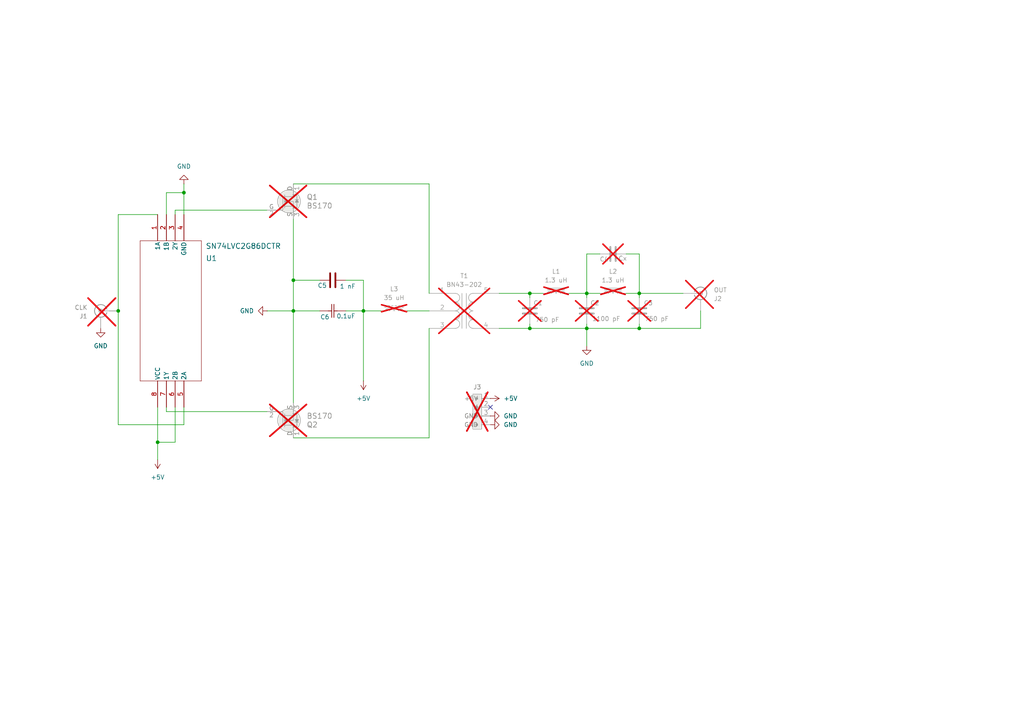
<source format=kicad_sch>
(kicad_sch (version 20231120) (generator "eeschema") (generator_version "8.0")
  (paper "A4")
  (lib_symbols
    (symbol "2024-08-19_17-27-05:SN74LVC2G86DCTR" (pin_names (offset 0.254))
      (property "Reference" "U" (at 27.94 10.16 0))
      (property "Value" "SN74LVC2G86DCTR" (at 27.94 7.62 0))
      (symbol "SN74LVC2G86DCTR_0_1"
        (polyline (pts (xy 7.62 -12.7) (xy 48.26 -12.7)) (stroke (width 0.127)))
        (polyline (pts (xy 7.62 5.08) (xy 7.62 -12.7)) (stroke (width 0.127)))
        (polyline (pts (xy 48.26 -12.7) (xy 48.26 5.08)) (stroke (width 0.127)))
        (polyline (pts (xy 48.26 5.08) (xy 7.62 5.08)) (stroke (width 0.127)))
        (pin input line (at 0 0 0) (length 7.62) (name "1A") (number "1"))
        (pin input line (at 0 -2.54 0) (length 7.62) (name "1B") (number "2"))
        (pin output line (at 0 -5.08 0) (length 7.62) (name "2Y") (number "3"))
        (pin power_in line (at 0 -7.62 0) (length 7.62) (name "GND") (number "4"))
        (pin input line (at 55.88 -7.62 180) (length 7.62) (name "2A") (number "5"))
        (pin input line (at 55.88 -5.08 180) (length 7.62) (name "2B") (number "6"))
        (pin output line (at 55.88 -2.54 180) (length 7.62) (name "1Y") (number "7"))
        (pin power_in line (at 55.88 0 180) (length 7.62) (name "VCC") (number "8"))
      )
    )
    (symbol "Device:BN43-202" (pin_names (offset 1.016) hide)
      (property "Reference" "T" (at 0 6.35 0))
      (property "Value" "Transformer_SP_1S" (at 0 -7.62 0))
      (symbol "BN43-202_0_1"
        (arc (start -2.54 -5.0546) (mid -1.6599 -4.6901) (end -1.27 -3.81))
        (arc (start -2.54 -2.5146) (mid -1.6599 -2.1501) (end -1.27 -1.27))
        (arc (start -2.54 0.0254) (mid -1.6599 0.3899) (end -1.27 1.27))
        (arc (start -2.54 2.5654) (mid -1.6599 2.9299) (end -1.27 3.81))
        (arc (start -1.27 -3.81) (mid -1.642 -2.912) (end -2.54 -2.54))
        (arc (start -1.27 -1.27) (mid -1.642 -0.372) (end -2.54 0))
        (arc (start -1.27 1.27) (mid -1.642 2.168) (end -2.54 2.54))
        (arc (start -1.27 3.81) (mid -1.642 4.708) (end -2.54 5.08))
        (polyline (pts (xy -0.635 5.08) (xy -0.635 -5.08)))
        (polyline (pts (xy 0.635 -5.08) (xy 0.635 5.08)))
        (arc (start 1.2954 -1.27) (mid 1.6599 -2.1501) (end 2.54 -2.5146))
        (arc (start 1.2954 1.27) (mid 1.6599 0.3899) (end 2.54 0.0254))
        (arc (start 1.2954 3.81) (mid 1.6599 2.9299) (end 2.54 2.5654))
        (arc (start 1.3208 -3.81) (mid 1.6853 -4.6901) (end 2.5654 -5.0546))
        (arc (start 2.54 0) (mid 1.642 -0.372) (end 1.2954 -1.27))
        (arc (start 2.54 2.54) (mid 1.642 2.168) (end 1.2954 1.27))
        (arc (start 2.54 5.08) (mid 1.642 4.708) (end 1.2954 3.81))
        (arc (start 2.5654 -2.54) (mid 1.6674 -2.912) (end 1.3208 -3.81))
      )
      (symbol "BN43-202_1_1"
        (pin passive line (at -10.16 5.08 0) (length 7.62) (name "PR1") (number "1"))
        (pin passive line (at -10.16 0 0) (length 7.62) (name "PM") (number "2"))
        (pin passive line (at -10.16 -5.08 0) (length 7.62) (name "PR2") (number "3"))
        (pin passive line (at 10.16 -5.08 180) (length 7.62) (name "S1") (number "4"))
        (pin passive line (at 10.16 5.08 180) (length 7.62) (name "S2") (number "5"))
      )
    )
    (symbol "Device:L_Ferrite" (pin_numbers hide) (pin_names (offset 1.016) hide)
      (property "Reference" "L" (at -1.27 0 90))
      (property "Value" "L_Ferrite" (at 2.794 0 90))
      (symbol "L_Ferrite_0_1"
        (arc (start 0 -2.54) (mid 0.6323 -1.905) (end 0 -1.27))
        (arc (start 0 -1.27) (mid 0.6323 -0.635) (end 0 0))
        (polyline (pts (xy 1.016 -2.794) (xy 1.016 -2.286)))
        (polyline (pts (xy 1.016 -1.778) (xy 1.016 -1.27)))
        (polyline (pts (xy 1.016 -0.762) (xy 1.016 -0.254)))
        (polyline (pts (xy 1.016 0.254) (xy 1.016 0.762)))
        (polyline (pts (xy 1.016 1.27) (xy 1.016 1.778)))
        (polyline (pts (xy 1.016 2.286) (xy 1.016 2.794)))
        (polyline (pts (xy 1.524 -2.286) (xy 1.524 -2.794)))
        (polyline (pts (xy 1.524 -1.27) (xy 1.524 -1.778)))
        (polyline (pts (xy 1.524 -0.254) (xy 1.524 -0.762)))
        (polyline (pts (xy 1.524 0.762) (xy 1.524 0.254)))
        (polyline (pts (xy 1.524 1.778) (xy 1.524 1.27)))
        (polyline (pts (xy 1.524 2.794) (xy 1.524 2.286)))
        (arc (start 0 0) (mid 0.6323 0.635) (end 0 1.27))
        (arc (start 0 1.27) (mid 0.6323 1.905) (end 0 2.54))
      )
      (symbol "L_Ferrite_1_1"
        (pin passive line (at 0 3.81 270) (length 1.27) (name "1") (number "1"))
        (pin passive line (at 0 -3.81 90) (length 1.27) (name "2") (number "2"))
      )
    )
    (symbol "Device:L_Iron" (pin_numbers hide) (pin_names (offset 1.016) hide)
      (property "Reference" "L" (at -1.27 0 90))
      (property "Value" "L_Iron" (at 2.794 0 90))
      (symbol "L_Iron_0_1"
        (arc (start 0 -2.54) (mid 0.6323 -1.905) (end 0 -1.27))
        (arc (start 0 -1.27) (mid 0.6323 -0.635) (end 0 0))
        (polyline (pts (xy 1.016 2.54) (xy 1.016 -2.54)))
        (polyline (pts (xy 1.524 -2.54) (xy 1.524 2.54)))
        (arc (start 0 0) (mid 0.6323 0.635) (end 0 1.27))
        (arc (start 0 1.27) (mid 0.6323 1.905) (end 0 2.54))
      )
      (symbol "L_Iron_1_1"
        (pin passive line (at 0 3.81 270) (length 1.27) (name "1") (number "1"))
        (pin passive line (at 0 -3.81 90) (length 1.27) (name "2") (number "2"))
      )
    )
    (symbol "Kemet2024-08-02_22-05-35:C0603C104K4RACTU" (pin_numbers hide) (pin_names (offset 0.254) hide)
      (property "Reference" "C" (at 3.81 3.81 0))
      (property "Value" "0.1UF" (at -4.318 -11.938 0))
      (symbol "C0603C104K4RACTU_1_1"
        (polyline (pts (xy 2.54 0) (xy 3.4798 0)) (stroke (width 0.2032)))
        (polyline (pts (xy 3.4798 -1.905) (xy 3.4798 1.905)) (stroke (width 0.2032)))
        (polyline (pts (xy 4.1148 -1.905) (xy 4.1148 1.905)) (stroke (width 0.2032)))
        (polyline (pts (xy 4.1148 0) (xy 5.08 0)) (stroke (width 0.2032)))
        (pin passive line (at 0 0 0) (length 2.54) (name "") (number "1"))
        (pin passive line (at 7.62 0 180) (length 2.54) (name "") (number "2"))
      )
      (symbol "C0603C104K4RACTU_1_2"
        (polyline (pts (xy -1.905 -4.1148) (xy 1.905 -4.1148)) (stroke (width 0.2032)))
        (polyline (pts (xy -1.905 -3.4798) (xy 1.905 -3.4798)) (stroke (width 0.2032)))
        (polyline (pts (xy 0 -4.1148) (xy 0 -5.08)) (stroke (width 0.2032)))
        (polyline (pts (xy 0 -2.54) (xy 0 -3.4798)) (stroke (width 0.2032)))
        (pin passive line (at 0 0 270) (length 2.54) (name "") (number "1"))
        (pin passive line (at 0 -7.62 90) (length 2.54) (name "") (number "2"))
      )
    )
    (symbol "SMA_EdgeMount_1" (pin_numbers hide) (pin_names (offset 1.016) hide)
      (property "Reference" "J2" (at 3.81 -1.5633 0))
      (property "Value" "OUT" (at 3.81 0.9767 0))
      (symbol "SMA_EdgeMount_1_0_1"
        (arc (start -1.778 -0.508) (mid 0.2311 -1.8066) (end 1.778 0) (stroke (width 0.254)))
        (polyline (pts (xy -2.54 0) (xy -0.508 0)))
        (polyline (pts (xy 0 -2.54) (xy 0 -1.778)))
        (circle (center 0 0) (radius 0.508) (stroke (width 0.2032)))
        (arc (start 1.778 0) (mid 0.2099 1.8101) (end -1.778 0.508) (stroke (width 0.254)))
      )
      (symbol "SMA_EdgeMount_1_1_1"
        (pin passive line (at -5.08 0 0) (length 2.54) (name "out") (number "1"))
        (pin passive line (at 0 -5.08 90) (length 2.54) (name "Ext") (number "2"))
      )
    )
    (symbol "SparkFun-Capacitor:C" (pin_numbers hide) (pin_names (offset 0.254))
      (property "Reference" "C" (at 0.635 2.54 0))
      (property "Value" "C" (at 0.635 -2.54 0))
      (property "Voltage" "1kV" (at 0 -6.35 0))
      (property "Tolerance" "100%" (at 0 -8.89 0))
      (symbol "C_0_1"
        (polyline (pts (xy -2.032 -0.762) (xy 2.032 -0.762)) (stroke (width 0.508)))
        (polyline (pts (xy -2.032 0.762) (xy 2.032 0.762)) (stroke (width 0.508)))
      )
      (symbol "C_1_1"
        (pin passive line (at 0 3.81 270) (length 2.794) (name "~") (number "1"))
        (pin passive line (at 0 -3.81 90) (length 2.794) (name "~") (number "2"))
      )
    )
    (symbol "SparkFun-RF:SMA_EdgeMount" (pin_numbers hide) (pin_names (offset 1.016) hide)
      (property "Reference" "J" (at 0.254 3.048 0))
      (property "Value" "SMA_Edge" (at 3.81 0 90))
      (symbol "SMA_EdgeMount_0_1"
        (arc (start -1.778 -0.508) (mid 0.2311 -1.8066) (end 1.778 0) (stroke (width 0.254)))
        (polyline (pts (xy -2.54 0) (xy -0.508 0)))
        (polyline (pts (xy 0 -2.54) (xy 0 -1.778)))
        (circle (center 0 0) (radius 0.508) (stroke (width 0.2032)))
        (arc (start 1.778 0) (mid 0.2099 1.8101) (end -1.778 0.508) (stroke (width 0.254)))
      )
      (symbol "SMA_EdgeMount_1_1"
        (pin passive line (at -5.08 0 0) (length 2.54) (name "In") (number "1"))
        (pin passive line (at 0 -5.08 90) (length 2.54) (name "Ext") (number "2"))
      )
    )
    (symbol "dk_Rectangular-Connectors-Headers-Male-Pins:0022232041" (pin_names (offset 1.016))
      (property "Reference" "J3" (at -3.302 -1.27 90))
      (symbol "0022232041_1_1"
        (rectangle (start -1.27 0) (end 8.89 -2.54) (fill (type background)))
        (rectangle (start -0.254 -1.143) (end 0.254 -1.651) (fill (type outline)))
        (rectangle (start 2.286 -1.143) (end 2.794 -1.651) (fill (type outline)))
        (rectangle (start 4.826 -1.143) (end 5.334 -1.651) (fill (type outline)))
        (rectangle (start 7.366 -1.143) (end 7.874 -1.651) (fill (type outline)))
        (pin power_out line (at 0 2.54 270) (length 2.54) (name "+5V") (number "1"))
        (pin unspecified line (at 2.54 2.54 270) (length 2.54) (name "X") (number "2"))
        (pin unspecified line (at 5.08 2.54 270) (length 2.54) (name "GND") (number "3"))
        (pin power_out line (at 7.62 2.54 270) (length 2.54) (name "GND") (number "4"))
      )
    )
    (symbol "dk_Transistors-FETs-MOSFETs-Single:BS170" (pin_names (offset 0))
      (property "Reference" "Q" (at -2.6924 3.6322 0))
      (property "Value" "BS170" (at 3.4544 0 90))
      (symbol "BS170_0_1"
        (circle (center -1.27 0) (radius 3.302) (fill (type background)))
        (circle (center 0 -1.905) (radius 0.127))
        (circle (center 0 -1.397) (radius 0.127))
        (polyline (pts (xy 0 -1.397) (xy -2.54 -1.397)))
        (polyline (pts (xy -5.08 -2.54) (xy -3.048 -2.54) (xy -3.048 1.397)))
        (polyline (pts (xy 0 -2.54) (xy 0 0) (xy -2.54 0)))
        (polyline (pts (xy 0 2.54) (xy 0 1.397) (xy -2.54 1.397)))
        (polyline (pts (xy -0.127 -1.905) (xy 1.016 -1.905) (xy 1.016 1.397) (xy 1.016 1.905) (xy -0.127 1.905)))
        (circle (center 0 1.905) (radius 0.127))
      )
      (symbol "BS170_1_1"
        (polyline (pts (xy -2.54 -1.397) (xy -2.54 -1.905)))
        (polyline (pts (xy -2.54 -1.397) (xy -2.54 -0.889)))
        (polyline (pts (xy -2.54 0) (xy -2.54 -0.508)))
        (polyline (pts (xy -2.54 0) (xy -2.54 0.508)))
        (polyline (pts (xy -2.54 1.905) (xy -2.54 0.889)))
        (polyline (pts (xy 1.524 0.508) (xy 0.508 0.508)))
        (polyline (pts (xy -2.54 0) (xy -1.778 0.508) (xy -1.778 -0.508) (xy -2.54 0)) (fill (type outline)))
        (polyline (pts (xy 1.016 0.508) (xy 0.508 -0.254) (xy 1.524 -0.254) (xy 1.016 0.508)) (fill (type outline)))
        (pin bidirectional line (at 0 5.08 270) (length 2.54) (name "D") (number "1"))
        (pin bidirectional line (at -7.62 -2.54 0) (length 2.54) (name "G") (number "2"))
        (pin bidirectional line (at 0 -5.08 90) (length 2.54) (name "S") (number "3"))
      )
    )
    (symbol "power:+5V" (power) (pin_numbers hide) (pin_names (offset 0) hide)
      (property "Value" "+5V" (at 0 3.556 0))
      (symbol "+5V_0_1"
        (polyline (pts (xy -0.762 1.27) (xy 0 2.54)))
        (polyline (pts (xy 0 0) (xy 0 2.54)))
        (polyline (pts (xy 0 2.54) (xy 0.762 1.27)))
      )
      (symbol "+5V_1_1"
        (pin power_in line (at 0 0 90) (length 0) (name "~") (number "1"))
      )
    )
    (symbol "power:GND" (power) (pin_numbers hide) (pin_names (offset 0) hide)
      (property "Value" "GND" (at 0 -3.81 0))
      (symbol "GND_0_1"
        (polyline (pts (xy 0 0) (xy 0 -1.27) (xy 1.27 -1.27) (xy 0 -2.54) (xy -1.27 -1.27) (xy 0 -1.27)))
      )
      (symbol "GND_1_1"
        (pin power_in line (at 0 0 270) (length 0) (name "~") (number "1"))
      )
    )
  )
  (junction (at 185.42 85.09))
  (junction (at 170.18 95.25))
  (junction (at 153.67 95.25))
  (junction (at 185.42 95.25))
  (junction (at 85.09 90.17))
  (junction (at 170.18 85.09))
  (junction (at 85.09 81.28))
  (junction (at 53.34 55.88))
  (junction (at 153.67 85.09))
  (junction (at 34.29 90.17))
  (junction (at 45.72 128.27))
  (junction (at 105.41 90.17))
  (no_connect (at 142.24 118.11))
  (wire (pts (xy 124.46 53.34) (xy 85.09 53.34)))
  (wire (pts (xy 45.72 128.27) (xy 45.72 133.35)))
  (wire (pts (xy 48.26 62.23) (xy 48.26 55.88)))
  (wire (pts (xy 124.46 127) (xy 85.09 127)))
  (wire (pts (xy 105.41 90.17) (xy 105.41 110.49)))
  (wire (pts (xy 48.26 119.38) (xy 48.26 118.11)))
  (wire (pts (xy 170.18 95.25) (xy 185.42 95.25)))
  (wire (pts (xy 50.8 60.96) (xy 50.8 62.23)))
  (wire (pts (xy 85.09 63.5) (xy 85.09 81.28)))
  (wire (pts (xy 50.8 118.11) (xy 50.8 128.27)))
  (wire (pts (xy 45.72 118.11) (xy 45.72 128.27)))
  (wire (pts (xy 181.61 85.09) (xy 185.42 85.09)))
  (wire (pts (xy 165.1 85.09) (xy 170.18 85.09)))
  (wire (pts (xy 100.33 81.28) (xy 105.41 81.28)))
  (wire (pts (xy 170.18 95.25) (xy 153.67 95.25)))
  (wire (pts (xy 53.34 53.34) (xy 53.34 55.88)))
  (wire (pts (xy 185.42 85.09) (xy 198.12 85.09)))
  (wire (pts (xy 100.33 90.17) (xy 105.41 90.17)))
  (wire (pts (xy 170.18 93.98) (xy 170.18 95.25)))
  (wire (pts (xy 48.26 55.88) (xy 53.34 55.88)))
  (wire (pts (xy 118.11 90.17) (xy 124.46 90.17)))
  (wire (pts (xy 170.18 85.09) (xy 170.18 86.36)))
  (wire (pts (xy 85.09 81.28) (xy 85.09 90.17)))
  (wire (pts (xy 170.18 95.25) (xy 170.18 100.33)))
  (wire (pts (xy 153.67 85.09) (xy 157.48 85.09)))
  (wire (pts (xy 85.09 90.17) (xy 85.09 116.84)))
  (wire (pts (xy 50.8 128.27) (xy 45.72 128.27)))
  (wire (pts (xy 85.09 90.17) (xy 92.71 90.17)))
  (wire (pts (xy 77.47 90.17) (xy 85.09 90.17)))
  (wire (pts (xy 85.09 81.28) (xy 92.71 81.28)))
  (wire (pts (xy 144.78 85.09) (xy 153.67 85.09)))
  (wire (pts (xy 170.18 85.09) (xy 170.18 73.66)))
  (wire (pts (xy 185.42 73.66) (xy 185.42 85.09)))
  (wire (pts (xy 34.29 90.17) (xy 34.29 62.23)))
  (wire (pts (xy 170.18 73.66) (xy 173.99 73.66)))
  (wire (pts (xy 185.42 95.25) (xy 203.2 95.25)))
  (wire (pts (xy 34.29 62.23) (xy 45.72 62.23)))
  (wire (pts (xy 105.41 81.28) (xy 105.41 90.17)))
  (wire (pts (xy 77.47 119.38) (xy 48.26 119.38)))
  (wire (pts (xy 153.67 85.09) (xy 153.67 86.36)))
  (wire (pts (xy 53.34 123.19) (xy 34.29 123.19)))
  (wire (pts (xy 185.42 85.09) (xy 185.42 86.36)))
  (wire (pts (xy 124.46 95.25) (xy 124.46 127)))
  (wire (pts (xy 124.46 85.09) (xy 124.46 53.34)))
  (wire (pts (xy 170.18 85.09) (xy 173.99 85.09)))
  (wire (pts (xy 153.67 93.98) (xy 153.67 95.25)))
  (wire (pts (xy 181.61 73.66) (xy 185.42 73.66)))
  (wire (pts (xy 53.34 55.88) (xy 53.34 62.23)))
  (wire (pts (xy 34.29 123.19) (xy 34.29 90.17)))
  (wire (pts (xy 185.42 93.98) (xy 185.42 95.25)))
  (wire (pts (xy 77.47 60.96) (xy 50.8 60.96)))
  (wire (pts (xy 53.34 118.11) (xy 53.34 123.19)))
  (wire (pts (xy 144.78 95.25) (xy 153.67 95.25)))
  (wire (pts (xy 105.41 90.17) (xy 110.49 90.17)))
  (wire (pts (xy 203.2 95.25) (xy 203.2 90.17)))
  (symbol (lib_id "power:+5V") (at 142.24 115.57 270) (unit 1)
    (property "Reference" "#PWR07" (effects (hide yes)))
    (property "Value" "+5V" (at 146.05 115.5699 90) (effects (justify left)))
    (property "Description" "Power symbol creates a global label with name \"+5V\"" (effects (hide yes)))
  )
  (symbol (lib_id "Kemet2024-08-02_22-05-35:C0603C104K4RACTU") (at 100.33 90.17 180) (unit 1)
    (property "Reference" "C6" (at 94.234 91.948 0))
    (property "Value" "0.1uF" (at 100.33 91.694 0))
    (property "Footprint" "1206" (effects (hide yes)))
    (property "Datasheet" "C1206C104K1RAC7210" (effects (hide yes)))
    (property "Description" "CAP CER 0.1UF 100V X7R 1206" (effects (hide yes)))
    (property "Voltage" "100V" (effects (hide yes)))
    (property "Tolerance" "10%" (effects (hide yes)))
    (property "Manufacturer" "Kemet" (effects (hide yes)))
    (property "Mfg Part #" "C1206C104K1RAC7210" (effects (hide yes)))
    (property "Notes" "Substitutions OK" (effects (hide yes)))
    (property "Type" "SMD" (effects (hide yes)))
  )
  (symbol (lib_id "SparkFun-Capacitor:C") (at 96.52 81.28 90) (unit 1)
    (property "Reference" "C5" (at 93.472 82.804 90))
    (property "Value" "1 nF" (at 100.838 83.058 90))
    (property "Footprint" "0805" (effects (hide yes)))
    (property "Datasheet" "CAP CER 1000PF 50V X7R 0805" (effects (hide yes)))
    (property "Description" "CAP CER 1000PF 50V X7R 0805" (effects (hide yes)))
    (property "Voltage" "50V" (effects (hide yes)))
    (property "Tolerance" "10%" (effects (hide yes)))
    (property "Type" "SMD" (effects (hide yes)))
    (property "Notes" "Substitutions OK" (effects (hide yes)))
    (property "Manufacturer" "Kemet" (effects (hide yes)))
    (property "Mfg Part #" "C0805C102K5RAC7800" (effects (hide yes)))
  )
  (symbol (lib_id "power:GND") (at 170.18 100.33 0) (unit 1)
    (property "Reference" "#PWR06" (effects (hide yes)))
    (property "Value" "GND" (at 170.18 105.41 0))
    (property "Description" "Power symbol creates a global label with name \"GND\" , ground" (effects (hide yes)))
  )
  (symbol (lib_id "2024-08-19_17-27-05:SN74LVC2G86DCTR") (at 45.72 62.23 90) (mirror x) (unit 1)
    (property "Reference" "U1" (at 62.992 74.93 90) (effects (font (size 1.524 1.524)) (justify left)))
    (property "Value" "SN74LVC2G86DCTR" (at 81.534 71.374 90) (effects (font (size 1.524 1.524)) (justify left)))
    (property "Footprint" "DCT8_TEX" (effects (hide yes)))
    (property "Datasheet" "SN74LVC2G86DCTR" (effects (hide yes)))
    (property "Description" "2 Channel 2 Input XOR Gate" (effects (hide yes)))
    (property "Type" "SMD" (effects (hide yes)))
    (property "Manufacturer" "Texas Instruments" (effects (hide yes)))
    (property "Mfg Part #" "SN74LVC2G86DCTR" (effects (hide yes)))
  )
  (symbol (lib_id "dk_Transistors-FETs-MOSFETs-Single:BS170") (at 85.09 121.92 0) (mirror x) (unit 1) (in_bom no) (dnp yes)
    (property "Reference" "Q2" (at 88.9 123.1901 0) (effects (font (size 1.524 1.524)) (justify left)))
    (property "Value" "BS170" (at 88.9 120.6501 0) (effects (font (size 1.524 1.524)) (justify left)))
    (property "Footprint" "digikey-footprints:TO-92-3" (effects (hide yes)))
    (property "Datasheet" "https://www.onsemi.com/pub/Collateral/BS170-D.PDF" (effects (hide yes)))
    (property "Description" "MOSFET N-CH 60V 500MA TO-92" (effects (hide yes)))
    (property "Digi-Key_PN" "BS170-ND" (effects (hide yes)))
    (property "MPN" "BS170" (effects (hide yes)))
    (property "Category" "Discrete Semiconductor Products" (effects (hide yes)))
    (property "Family" "Transistors - FETs, MOSFETs - Single" (effects (hide yes)))
    (property "DK_Datasheet_Link" "https://www.onsemi.com/pub/Collateral/BS170-D.PDF" (effects (hide yes)))
    (property "DK_Detail_Page" "/product-detail/en/on-semiconductor/BS170/BS170-ND/244280" (effects (hide yes)))
    (property "Description_1" "MOSFET N-CH 60V 500MA TO-92" (effects (hide yes)))
    (property "Manufacturer" "ON Semiconductor" (effects (hide yes)))
    (property "Status" "Active" (effects (hide yes)))
    (property "Type" "PTH" (effects (hide yes)))
  )
  (symbol (lib_id "power:GND") (at 53.34 53.34 180) (unit 1)
    (property "Reference" "#PWR02" (effects (hide yes)))
    (property "Value" "GND" (at 53.34 48.26 0))
    (property "Description" "Power symbol creates a global label with name \"GND\" , ground" (effects (hide yes)))
  )
  (symbol (lib_id "Device:L_Iron") (at 177.8 85.09 90) (unit 1) (in_bom no) (dnp yes)
    (property "Reference" "L2" (at 177.8 78.74 90))
    (property "Value" "1.3 uH" (at 177.8 81.28 90))
    (property "Footprint" "Inductor_THT:L_Toroid_Vertical_L13.0mm_W6.5mm_P5.60mm" (effects (hide yes)))
    (property "Description" "Inductor with iron core" (effects (hide yes)))
    (property "Type" "PTH" (effects (hide yes)))
  )
  (symbol (lib_name "SMA_EdgeMount_1") (lib_id "SparkFun-RF:SMA_EdgeMount") (at 203.2 85.09 0) (unit 1) (in_bom no) (dnp yes)
    (property "Reference" "J2" (at 207.01 86.6533 0) (effects (justify left)))
    (property "Value" "OUT" (at 207.01 84.1133 0) (effects (justify left)))
    (property "Footprint" "SparkFun-Connector:SMA_Edge" (effects (hide yes)))
    (property "Datasheet" "https://www.sparkfun.com/datasheets/Wireless/Antenna/SMA-Connector.pdf" (effects (hide yes)))
    (property "Description" "SMA PCB Edge Mount connector" (effects (hide yes)))
    (property "PROD_ID" "CONN-08289" (effects (hide yes)))
    (property "Type" "SMD" (effects (hide yes)))
  )
  (symbol (lib_id "SparkFun-RF:SMA_EdgeMount") (at 29.21 90.17 0) (mirror y) (unit 1) (in_bom no) (dnp yes)
    (property "Reference" "J1" (at 25.4 91.7333 0) (effects (justify left)))
    (property "Value" "CLK" (at 25.4 89.1933 0) (effects (justify left)))
    (property "Footprint" "SparkFun-Connector:SMA_Edge" (effects (hide yes)))
    (property "Datasheet" "https://www.sparkfun.com/datasheets/Wireless/Antenna/SMA-Connector.pdf" (effects (hide yes)))
    (property "Description" "SMA PCB Edge Mount connector" (effects (hide yes)))
    (property "PROD_ID" "CONN-08289" (effects (hide yes)))
    (property "Type" "SMD" (effects (hide yes)))
  )
  (symbol (lib_id "power:GND") (at 142.24 120.65 90) (unit 1)
    (property "Reference" "#PWR08" (effects (hide yes)))
    (property "Value" "GND" (at 146.05 120.6499 90) (effects (justify right)))
    (property "Description" "Power symbol creates a global label with name \"GND\" , ground" (effects (hide yes)))
  )
  (symbol (lib_id "power:GND") (at 77.47 90.17 270) (unit 1)
    (property "Reference" "#PWR05" (effects (hide yes)))
    (property "Value" "GND" (at 73.66 90.1699 90) (effects (justify right)))
    (property "Description" "Power symbol creates a global label with name \"GND\" , ground" (effects (hide yes)))
  )
  (symbol (lib_id "SparkFun-Capacitor:C") (at 185.42 90.17 0) (unit 1) (in_bom no) (dnp yes)
    (property "Reference" "C3" (at 186.69 87.884 0) (effects (justify left)))
    (property "Value" "750 pF" (at 186.944 92.456 0) (effects (justify left)))
    (property "Footprint" "1206" (effects (hide yes)))
    (property "Datasheet" "https://cdn.sparkfun.com/assets/8/a/4/a/5/Kemet_Capacitor_Datasheet.pdf" (effects (hide yes)))
    (property "Description" "Unpolarized capacitor" (effects (hide yes)))
    (property "PROD_ID" "CAP-00000" (effects (hide yes)))
    (property "Voltage" "100V" (effects (hide yes)))
    (property "Tolerance" "2%" (effects (hide yes)))
  )
  (symbol (lib_id "dk_Rectangular-Connectors-Headers-Male-Pins:0022232041") (at 139.7 115.57 270) (unit 1) (in_bom no) (dnp yes)
    (property "Reference" "J3" (at 138.43 112.268 90))
    (property "Value" "0022232041" (effects (hide yes)))
    (property "Footprint" "digikey-footprints:PinHeader_1x4_P2.54mm_Drill1.02mm" (effects (hide yes)))
    (property "Datasheet" "https://www.molex.com/pdm_docs/sd/022232041_sd.pdf" (effects (hide yes)))
    (property "Description" "CONN HEADER VERT 4POS 2.54MM" (effects (hide yes)))
    (property "Digi-Key_PN" "WM4202-ND" (effects (hide yes)))
    (property "MPN" "0022232041" (effects (hide yes)))
    (property "Category" "Connectors, Interconnects" (effects (hide yes)))
    (property "Family" "Rectangular Connectors - Headers, Male Pins" (effects (hide yes)))
    (property "DK_Datasheet_Link" "https://www.molex.com/pdm_docs/sd/022232041_sd.pdf" (effects (hide yes)))
    (property "DK_Detail_Page" "/product-detail/en/molex/0022232041/WM4202-ND/26671" (effects (hide yes)))
    (property "Description_1" "CONN HEADER VERT 4POS 2.54MM" (effects (hide yes)))
    (property "Manufacturer" "Molex" (effects (hide yes)))
    (property "Status" "Active" (effects (hide yes)))
    (property "Type" "PTH" (effects (hide yes)))
  )
  (symbol (lib_id "SparkFun-Capacitor:C") (at 177.8 73.66 90) (unit 1) (in_bom no) (dnp yes)
    (property "Reference" "C4" (at 175.26 75.184 90))
    (property "Value" "Cx" (at 180.594 74.93 90))
    (property "Footprint" "1206" (effects (hide yes)))
    (property "Datasheet" "https://cdn.sparkfun.com/assets/8/a/4/a/5/Kemet_Capacitor_Datasheet.pdf" (effects (hide yes)))
    (property "Description" "Unpolarized capacitor" (effects (hide yes)))
    (property "Type" "SMD" (effects (hide yes)))
    (property "Notes" "Value to be determined by lab experiment" (effects (hide yes)))
  )
  (symbol (lib_id "Device:L_Iron") (at 161.29 85.09 90) (unit 1) (in_bom no) (dnp yes)
    (property "Reference" "L1" (at 161.29 78.74 90))
    (property "Value" "1.3 uH" (at 161.29 81.28 90))
    (property "Footprint" "Inductor_THT:L_Toroid_Vertical_L13.0mm_W6.5mm_P5.60mm" (effects (hide yes)))
    (property "Description" "Inductor with iron core" (effects (hide yes)))
    (property "Type" "PTH" (effects (hide yes)))
  )
  (symbol (lib_id "Device:L_Ferrite") (at 114.3 90.17 90) (unit 1) (in_bom no) (dnp yes)
    (property "Reference" "L3" (at 114.3 83.82 90))
    (property "Value" "35 uH" (at 114.3 86.36 90))
    (property "Footprint" "Inductor_THT:L_Toroid_Vertical_L14.0mm_W5.6mm_P5.30mm_Bourns_5700" (effects (hide yes)))
    (property "Description" "Inductor with ferrite core" (effects (hide yes)))
    (property "Type" "PTH" (effects (hide yes)))
  )
  (symbol (lib_id "Device:BN43-202") (at 134.62 90.17 0) (unit 1) (in_bom no) (dnp yes)
    (property "Reference" "T1" (at 134.6327 80.01 0))
    (property "Value" "BN43-202" (at 134.6327 82.55 0))
    (property "Footprint" "KiCAD:BN43-202" (effects (hide yes)))
    (property "Description" "Transformer, split primary, single secondary" (effects (hide yes)))
    (property "Type" "PTH" (effects (hide yes)))
  )
  (symbol (lib_id "dk_Transistors-FETs-MOSFETs-Single:BS170") (at 85.09 58.42 0) (unit 1) (in_bom no) (dnp yes)
    (property "Reference" "Q1" (at 88.9 57.1499 0) (effects (font (size 1.524 1.524)) (justify left)))
    (property "Value" "BS170" (at 88.9 59.6899 0) (effects (font (size 1.524 1.524)) (justify left)))
    (property "Footprint" "digikey-footprints:TO-92-3" (effects (hide yes)))
    (property "Datasheet" "https://www.onsemi.com/pub/Collateral/BS170-D.PDF" (effects (hide yes)))
    (property "Description" "MOSFET N-CH 60V 500MA TO-92" (effects (hide yes)))
    (property "Digi-Key_PN" "BS170-ND" (effects (hide yes)))
    (property "MPN" "BS170" (effects (hide yes)))
    (property "Category" "Discrete Semiconductor Products" (effects (hide yes)))
    (property "Family" "Transistors - FETs, MOSFETs - Single" (effects (hide yes)))
    (property "DK_Datasheet_Link" "https://www.onsemi.com/pub/Collateral/BS170-D.PDF" (effects (hide yes)))
    (property "DK_Detail_Page" "/product-detail/en/on-semiconductor/BS170/BS170-ND/244280" (effects (hide yes)))
    (property "Description_1" "MOSFET N-CH 60V 500MA TO-92" (effects (hide yes)))
    (property "Manufacturer" "ON Semiconductor" (effects (hide yes)))
    (property "Status" "Active" (effects (hide yes)))
    (property "Type" "PTH" (effects (hide yes)))
  )
  (symbol (lib_id "SparkFun-Capacitor:C") (at 170.18 90.17 0) (unit 1) (in_bom no) (dnp yes)
    (property "Reference" "C2" (at 171.196 87.884 0) (effects (justify left)))
    (property "Value" "1100 pF" (at 171.704 92.456 0) (effects (justify left)))
    (property "Footprint" "1206" (effects (hide yes)))
    (property "Datasheet" "https://cdn.sparkfun.com/assets/8/a/4/a/5/Kemet_Capacitor_Datasheet.pdf" (effects (hide yes)))
    (property "Description" "Unpolarized capacitor" (effects (hide yes)))
    (property "PROD_ID" "CAP-00000" (effects (hide yes)))
    (property "Voltage" "50V" (effects (hide yes)))
    (property "Tolerance" "5%" (effects (hide yes)))
  )
  (symbol (lib_id "power:GND") (at 142.24 123.19 90) (unit 1)
    (property "Reference" "#PWR09" (effects (hide yes)))
    (property "Value" "GND" (at 146.05 123.1899 90) (effects (justify right)))
    (property "Description" "Power symbol creates a global label with name \"GND\" , ground" (effects (hide yes)))
  )
  (symbol (lib_id "SparkFun-Capacitor:C") (at 153.67 90.17 0) (unit 1) (in_bom no) (dnp yes)
    (property "Reference" "C1" (at 154.686 87.884 0) (effects (justify left)))
    (property "Value" "750 pF" (at 155.194 92.71 0) (effects (justify left)))
    (property "Footprint" "1206" (effects (hide yes)))
    (property "Datasheet" "https://cdn.sparkfun.com/assets/8/a/4/a/5/Kemet_Capacitor_Datasheet.pdf" (effects (hide yes)))
    (property "Description" "Unpolarized capacitor" (effects (hide yes)))
    (property "PROD_ID" "CAP-00000" (effects (hide yes)))
    (property "Voltage" "100V" (effects (hide yes)))
    (property "Tolerance" "2%" (effects (hide yes)))
  )
  (symbol (lib_id "power:+5V") (at 45.72 133.35 180) (unit 1)
    (property "Reference" "#PWR03" (effects (hide yes)))
    (property "Value" "+5V" (at 45.72 138.43 0))
    (property "Description" "Power symbol creates a global label with name \"+5V\"" (effects (hide yes)))
  )
  (symbol (lib_id "power:GND") (at 29.21 95.25 0) (unit 1)
    (property "Reference" "#PWR01" (effects (hide yes)))
    (property "Value" "GND" (at 29.21 100.33 0))
    (property "Description" "Power symbol creates a global label with name \"GND\" , ground" (effects (hide yes)))
  )
  (symbol (lib_id "power:+5V") (at 105.41 110.49 180) (unit 1)
    (property "Reference" "#PWR04" (effects (hide yes)))
    (property "Value" "+5V" (at 105.41 115.57 0))
    (property "Description" "Power symbol creates a global label with name \"+5V\"" (effects (hide yes)))
  )
)
</source>
